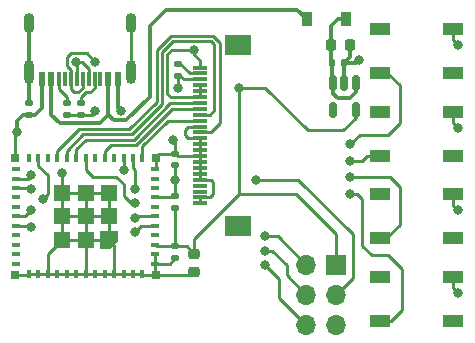
<source format=gtl>
G04 #@! TF.GenerationSoftware,KiCad,Pcbnew,(6.0.10-0)*
G04 #@! TF.CreationDate,2022-12-22T21:19:14-05:00*
G04 #@! TF.ProjectId,rev2,72657632-2e6b-4696-9361-645f70636258,rev?*
G04 #@! TF.SameCoordinates,Original*
G04 #@! TF.FileFunction,Copper,L1,Top*
G04 #@! TF.FilePolarity,Positive*
%FSLAX46Y46*%
G04 Gerber Fmt 4.6, Leading zero omitted, Abs format (unit mm)*
G04 Created by KiCad (PCBNEW (6.0.10-0)) date 2022-12-22 21:19:14*
%MOMM*%
%LPD*%
G01*
G04 APERTURE LIST*
G04 Aperture macros list*
%AMRoundRect*
0 Rectangle with rounded corners*
0 $1 Rounding radius*
0 $2 $3 $4 $5 $6 $7 $8 $9 X,Y pos of 4 corners*
0 Add a 4 corners polygon primitive as box body*
4,1,4,$2,$3,$4,$5,$6,$7,$8,$9,$2,$3,0*
0 Add four circle primitives for the rounded corners*
1,1,$1+$1,$2,$3*
1,1,$1+$1,$4,$5*
1,1,$1+$1,$6,$7*
1,1,$1+$1,$8,$9*
0 Add four rect primitives between the rounded corners*
20,1,$1+$1,$2,$3,$4,$5,0*
20,1,$1+$1,$4,$5,$6,$7,0*
20,1,$1+$1,$6,$7,$8,$9,0*
20,1,$1+$1,$8,$9,$2,$3,0*%
%AMFreePoly0*
4,1,6,0.725000,-0.725000,-0.725000,-0.725000,-0.725000,0.125000,-0.125000,0.725000,0.725000,0.725000,0.725000,-0.725000,0.725000,-0.725000,$1*%
G04 Aperture macros list end*
G04 #@! TA.AperFunction,SMDPad,CuDef*
%ADD10R,1.800000X1.100000*%
G04 #@! TD*
G04 #@! TA.AperFunction,SMDPad,CuDef*
%ADD11RoundRect,0.135000X0.185000X-0.135000X0.185000X0.135000X-0.185000X0.135000X-0.185000X-0.135000X0*%
G04 #@! TD*
G04 #@! TA.AperFunction,SMDPad,CuDef*
%ADD12R,0.800000X0.400000*%
G04 #@! TD*
G04 #@! TA.AperFunction,SMDPad,CuDef*
%ADD13R,0.400000X0.800000*%
G04 #@! TD*
G04 #@! TA.AperFunction,SMDPad,CuDef*
%ADD14R,0.700000X0.700000*%
G04 #@! TD*
G04 #@! TA.AperFunction,SMDPad,CuDef*
%ADD15R,1.450000X1.450000*%
G04 #@! TD*
G04 #@! TA.AperFunction,SMDPad,CuDef*
%ADD16FreePoly0,180.000000*%
G04 #@! TD*
G04 #@! TA.AperFunction,SMDPad,CuDef*
%ADD17RoundRect,0.135000X-0.185000X0.135000X-0.185000X-0.135000X0.185000X-0.135000X0.185000X0.135000X0*%
G04 #@! TD*
G04 #@! TA.AperFunction,SMDPad,CuDef*
%ADD18RoundRect,0.225000X-0.250000X0.225000X-0.250000X-0.225000X0.250000X-0.225000X0.250000X0.225000X0*%
G04 #@! TD*
G04 #@! TA.AperFunction,SMDPad,CuDef*
%ADD19RoundRect,0.140000X0.170000X-0.140000X0.170000X0.140000X-0.170000X0.140000X-0.170000X-0.140000X0*%
G04 #@! TD*
G04 #@! TA.AperFunction,SMDPad,CuDef*
%ADD20R,0.900000X1.200000*%
G04 #@! TD*
G04 #@! TA.AperFunction,SMDPad,CuDef*
%ADD21R,1.300000X0.300000*%
G04 #@! TD*
G04 #@! TA.AperFunction,SMDPad,CuDef*
%ADD22R,2.200000X1.800000*%
G04 #@! TD*
G04 #@! TA.AperFunction,SMDPad,CuDef*
%ADD23RoundRect,0.140000X-0.170000X0.140000X-0.170000X-0.140000X0.170000X-0.140000X0.170000X0.140000X0*%
G04 #@! TD*
G04 #@! TA.AperFunction,SMDPad,CuDef*
%ADD24RoundRect,0.140000X-0.140000X-0.170000X0.140000X-0.170000X0.140000X0.170000X-0.140000X0.170000X0*%
G04 #@! TD*
G04 #@! TA.AperFunction,SMDPad,CuDef*
%ADD25RoundRect,0.150000X-0.150000X0.512500X-0.150000X-0.512500X0.150000X-0.512500X0.150000X0.512500X0*%
G04 #@! TD*
G04 #@! TA.AperFunction,SMDPad,CuDef*
%ADD26RoundRect,0.225000X-0.225000X-0.250000X0.225000X-0.250000X0.225000X0.250000X-0.225000X0.250000X0*%
G04 #@! TD*
G04 #@! TA.AperFunction,SMDPad,CuDef*
%ADD27R,0.600000X1.160000*%
G04 #@! TD*
G04 #@! TA.AperFunction,SMDPad,CuDef*
%ADD28R,0.300000X1.160000*%
G04 #@! TD*
G04 #@! TA.AperFunction,ComponentPad*
%ADD29O,0.900000X1.700000*%
G04 #@! TD*
G04 #@! TA.AperFunction,ComponentPad*
%ADD30O,0.900000X2.000000*%
G04 #@! TD*
G04 #@! TA.AperFunction,ComponentPad*
%ADD31R,1.700000X1.700000*%
G04 #@! TD*
G04 #@! TA.AperFunction,ComponentPad*
%ADD32O,1.700000X1.700000*%
G04 #@! TD*
G04 #@! TA.AperFunction,ViaPad*
%ADD33C,0.800000*%
G04 #@! TD*
G04 #@! TA.AperFunction,Conductor*
%ADD34C,0.350000*%
G04 #@! TD*
G04 #@! TA.AperFunction,Conductor*
%ADD35C,0.250000*%
G04 #@! TD*
G04 APERTURE END LIST*
D10*
X223100000Y-53350000D03*
X216900000Y-53350000D03*
X223100000Y-49650000D03*
X216900000Y-49650000D03*
D11*
X199600000Y-57800000D03*
X199600000Y-56780000D03*
D12*
X197900000Y-62500000D03*
X197900000Y-61700000D03*
X197900000Y-60900000D03*
X197900000Y-60100000D03*
X197900000Y-59300000D03*
X197900000Y-58500000D03*
X197900000Y-57700000D03*
X197900000Y-56900000D03*
X197900000Y-56100000D03*
X197900000Y-55300000D03*
X197900000Y-54500000D03*
D13*
X196800000Y-53600000D03*
X196000000Y-53600000D03*
X195200000Y-53600000D03*
X194400000Y-53600000D03*
X193600000Y-53600000D03*
X192800000Y-53600000D03*
X192000000Y-53600000D03*
X191200000Y-53600000D03*
X190400000Y-53600000D03*
X189600000Y-53600000D03*
X188800000Y-53600000D03*
X188000000Y-53600000D03*
X187200000Y-53600000D03*
D12*
X186100000Y-54500000D03*
X186100000Y-55300000D03*
X186100000Y-56100000D03*
X186100000Y-56900000D03*
X186100000Y-57700000D03*
X186100000Y-58500000D03*
X186100000Y-59300000D03*
X186100000Y-60100000D03*
X186100000Y-60900000D03*
X186100000Y-61700000D03*
X186100000Y-62500000D03*
D14*
X186050000Y-53550000D03*
D13*
X188000000Y-63400000D03*
X196000000Y-63400000D03*
D14*
X186050000Y-63450000D03*
D13*
X196800000Y-63400000D03*
X194400000Y-63400000D03*
D15*
X190025000Y-56525000D03*
X190025000Y-58500000D03*
D13*
X192000000Y-63400000D03*
D15*
X192000000Y-58500000D03*
X193975000Y-58500000D03*
D13*
X189600000Y-63400000D03*
X193600000Y-63400000D03*
X190400000Y-63400000D03*
X192800000Y-63400000D03*
D15*
X192000000Y-60475000D03*
D16*
X193975000Y-60475000D03*
D13*
X191200000Y-63400000D03*
X195200000Y-63400000D03*
X187200000Y-63400000D03*
D14*
X197950000Y-53550000D03*
D15*
X190025000Y-60475000D03*
D13*
X188800000Y-63400000D03*
D15*
X192000000Y-56525000D03*
X193975000Y-56525000D03*
D14*
X197950000Y-63450000D03*
D17*
X190400000Y-48890000D03*
X190400000Y-49910000D03*
D10*
X223100000Y-67350000D03*
X216900000Y-67350000D03*
X223100000Y-63650000D03*
X216900000Y-63650000D03*
D18*
X201200000Y-61650000D03*
X201200000Y-63200000D03*
D19*
X199600000Y-54160000D03*
X199600000Y-53200000D03*
D20*
X214000000Y-41800000D03*
X210700000Y-41800000D03*
D21*
X201650000Y-57400000D03*
X201650000Y-56900000D03*
X201650000Y-56400000D03*
X201650000Y-55900000D03*
X201650000Y-55400000D03*
X201650000Y-54900000D03*
X201650000Y-54400000D03*
X201650000Y-53900000D03*
X201650000Y-53400000D03*
X201650000Y-52900000D03*
X201650000Y-52400000D03*
X201650000Y-51900000D03*
X201650000Y-51400000D03*
X201650000Y-50900000D03*
X201650000Y-50400000D03*
X201650000Y-49900000D03*
X201650000Y-49400000D03*
X201650000Y-48900000D03*
X201650000Y-48400000D03*
X201650000Y-47900000D03*
X201650000Y-47400000D03*
X201650000Y-46900000D03*
X201650000Y-46400000D03*
X201650000Y-45900000D03*
D22*
X204900000Y-44000000D03*
X204900000Y-59300000D03*
D17*
X199800000Y-45580000D03*
X199800000Y-46600000D03*
D23*
X199600000Y-61040000D03*
X199600000Y-62000000D03*
D24*
X212890000Y-45500000D03*
X213850000Y-45500000D03*
D17*
X187200000Y-48890000D03*
X187200000Y-49910000D03*
D10*
X223100000Y-46350000D03*
X216900000Y-46350000D03*
X223100000Y-42650000D03*
X216900000Y-42650000D03*
D25*
X214850000Y-47225000D03*
X213900000Y-47225000D03*
X212950000Y-47225000D03*
X212950000Y-49500000D03*
X214850000Y-49500000D03*
D17*
X191600000Y-48890000D03*
X191600000Y-49910000D03*
D10*
X223100000Y-60350000D03*
X216900000Y-60350000D03*
X223100000Y-56650000D03*
X216900000Y-56650000D03*
D26*
X212800000Y-44000000D03*
X214350000Y-44000000D03*
D27*
X194700000Y-46885000D03*
X193900000Y-46885000D03*
D28*
X192750000Y-46885000D03*
X191750000Y-46885000D03*
X191250000Y-46885000D03*
X190250000Y-46885000D03*
D27*
X189100000Y-46885000D03*
X188300000Y-46885000D03*
X188300000Y-46885000D03*
X189100000Y-46885000D03*
D28*
X189750000Y-46885000D03*
X190750000Y-46885000D03*
X192250000Y-46885000D03*
X193250000Y-46885000D03*
D27*
X193900000Y-46885000D03*
X194700000Y-46885000D03*
D29*
X187180000Y-42135000D03*
X195820000Y-42135000D03*
D30*
X187180000Y-46305000D03*
X195820000Y-46305000D03*
D31*
X213200000Y-62600000D03*
D32*
X210660000Y-62600000D03*
X213200000Y-65140000D03*
X210660000Y-65140000D03*
X213200000Y-67680000D03*
X210660000Y-67680000D03*
D33*
X215100000Y-45250000D03*
X223500000Y-65000000D03*
X190025000Y-54825000D03*
X199800000Y-47600000D03*
X223500000Y-51000000D03*
X199400000Y-52000000D03*
X195000000Y-49600000D03*
X223500000Y-58000000D03*
X186200000Y-51400000D03*
X223500000Y-44000000D03*
X192800000Y-49600000D03*
X195200000Y-54600000D03*
X205000000Y-47600000D03*
X201200000Y-44400000D03*
X206400000Y-55400000D03*
X199600000Y-55400000D03*
X214400000Y-56600000D03*
X196200000Y-59800000D03*
X214400000Y-55200000D03*
X196200000Y-58600000D03*
X214400000Y-53800000D03*
X196200000Y-57400000D03*
X196200000Y-56200000D03*
X214400000Y-52400000D03*
X188400000Y-57000000D03*
X207200000Y-60200000D03*
X207200000Y-61400000D03*
X187400000Y-58000000D03*
X207200000Y-62600000D03*
X187400000Y-59400000D03*
X187400000Y-56200000D03*
X192800000Y-45400000D03*
X187400000Y-55000000D03*
X191200000Y-45400000D03*
D34*
X212950000Y-47225000D02*
X212950000Y-48100000D01*
X212890000Y-47165000D02*
X212950000Y-47225000D01*
X212800000Y-44000000D02*
X212800000Y-45410000D01*
X214350000Y-48500000D02*
X214850000Y-48000000D01*
X214000000Y-41800000D02*
X213400000Y-41800000D01*
X212950000Y-48100000D02*
X213350000Y-48500000D01*
X214850000Y-48000000D02*
X214850000Y-47225000D01*
X212800000Y-45410000D02*
X212890000Y-45500000D01*
X213400000Y-41800000D02*
X212800000Y-42400000D01*
X212800000Y-42400000D02*
X212800000Y-44000000D01*
X212890000Y-45500000D02*
X212890000Y-47165000D01*
X213350000Y-48500000D02*
X214350000Y-48500000D01*
D35*
X190025000Y-56525000D02*
X192000000Y-56525000D01*
X187150000Y-63450000D02*
X187200000Y-63400000D01*
X200400000Y-51200000D02*
X200400000Y-51600000D01*
D34*
X213850000Y-45500000D02*
X214850000Y-45500000D01*
D35*
X190400000Y-63400000D02*
X189600000Y-63400000D01*
X190025000Y-60475000D02*
X192000000Y-60475000D01*
X193975000Y-56525000D02*
X193975000Y-58500000D01*
X198200000Y-53200000D02*
X199600000Y-53200000D01*
X190025000Y-56525000D02*
X190025000Y-58500000D01*
X223100000Y-63650000D02*
X223100000Y-64600000D01*
X193975000Y-58500000D02*
X192000000Y-58500000D01*
X195200000Y-53600000D02*
X195200000Y-54600000D01*
X199800000Y-46600000D02*
X199800000Y-47600000D01*
X191600000Y-49910000D02*
X192490000Y-49910000D01*
X188800000Y-61700000D02*
X190025000Y-60475000D01*
D34*
X186200000Y-50400000D02*
X186200000Y-51400000D01*
D35*
X190400000Y-49910000D02*
X191600000Y-49910000D01*
X202600000Y-55400000D02*
X201650000Y-55400000D01*
X223100000Y-43600000D02*
X223500000Y-44000000D01*
X197900000Y-61700000D02*
X197900000Y-62500000D01*
X223100000Y-49650000D02*
X223100000Y-50600000D01*
X200400000Y-51600000D02*
X200700000Y-51900000D01*
X188800000Y-63400000D02*
X188000000Y-63400000D01*
X201650000Y-53400000D02*
X199800000Y-53400000D01*
X223100000Y-50600000D02*
X223500000Y-51000000D01*
X223100000Y-56650000D02*
X223100000Y-57600000D01*
X192800000Y-63400000D02*
X192000000Y-63400000D01*
X189600000Y-63400000D02*
X188800000Y-63400000D01*
X197950000Y-53550000D02*
X197950000Y-54450000D01*
D34*
X194700000Y-49300000D02*
X195000000Y-49600000D01*
D35*
X199100000Y-62500000D02*
X199600000Y-62000000D01*
D34*
X188300000Y-49300000D02*
X187690000Y-49910000D01*
D35*
X201650000Y-52900000D02*
X201650000Y-52400000D01*
X196850000Y-63450000D02*
X196800000Y-63400000D01*
D34*
X187200000Y-49910000D02*
X186690000Y-49910000D01*
D35*
X190400000Y-63400000D02*
X191200000Y-63400000D01*
D34*
X188300000Y-46885000D02*
X188300000Y-49300000D01*
D35*
X199800000Y-46600000D02*
X200000000Y-46600000D01*
X213900000Y-45550000D02*
X213850000Y-45500000D01*
X202500000Y-56900000D02*
X202800000Y-56600000D01*
X191200000Y-63400000D02*
X192000000Y-63400000D01*
X195200000Y-63400000D02*
X194400000Y-63400000D01*
X223100000Y-57600000D02*
X223500000Y-58000000D01*
X190025000Y-56525000D02*
X190025000Y-54825000D01*
X197950000Y-53450000D02*
X198200000Y-53200000D01*
D34*
X186690000Y-49910000D02*
X186200000Y-50400000D01*
D35*
X186050000Y-51550000D02*
X186200000Y-51400000D01*
X199600000Y-53200000D02*
X199600000Y-52200000D01*
D34*
X214850000Y-45500000D02*
X215100000Y-45250000D01*
D35*
X202800000Y-55600000D02*
X202600000Y-55400000D01*
X197900000Y-62500000D02*
X199100000Y-62500000D01*
X197900000Y-62500000D02*
X197900000Y-63400000D01*
X196000000Y-63400000D02*
X196800000Y-63400000D01*
X223100000Y-42650000D02*
X223100000Y-43600000D01*
X193975000Y-60475000D02*
X194400000Y-60900000D01*
X194400000Y-63400000D02*
X193600000Y-63400000D01*
X192000000Y-60475000D02*
X192000000Y-63400000D01*
X192000000Y-56525000D02*
X192000000Y-58500000D01*
X199800000Y-53400000D02*
X199600000Y-53200000D01*
X201650000Y-53900000D02*
X201650000Y-54400000D01*
X201650000Y-53900000D02*
X201650000Y-53400000D01*
X192000000Y-58500000D02*
X192000000Y-60475000D01*
X186050000Y-53550000D02*
X186050000Y-51550000D01*
X199600000Y-52200000D02*
X199400000Y-52000000D01*
X188800000Y-63400000D02*
X188800000Y-61700000D01*
X200950000Y-63450000D02*
X201200000Y-63200000D01*
X201650000Y-52900000D02*
X201650000Y-53400000D01*
X190025000Y-58500000D02*
X192000000Y-58500000D01*
X196000000Y-63400000D02*
X195200000Y-63400000D01*
X192490000Y-49910000D02*
X192800000Y-49600000D01*
D34*
X194700000Y-46885000D02*
X194700000Y-49300000D01*
D35*
X200000000Y-46600000D02*
X200300000Y-46900000D01*
X202800000Y-56600000D02*
X202800000Y-55600000D01*
D34*
X213900000Y-47225000D02*
X213900000Y-45550000D01*
D35*
X194400000Y-60900000D02*
X194400000Y-63400000D01*
X201650000Y-50900000D02*
X200700000Y-50900000D01*
X197950000Y-54450000D02*
X197900000Y-54500000D01*
X200300000Y-46900000D02*
X201650000Y-46900000D01*
X193975000Y-60475000D02*
X192000000Y-60475000D01*
X186050000Y-63450000D02*
X187150000Y-63450000D01*
D34*
X214350000Y-45000000D02*
X213850000Y-45500000D01*
D35*
X197900000Y-63400000D02*
X197950000Y-63450000D01*
X201650000Y-55400000D02*
X201650000Y-54900000D01*
X201650000Y-51900000D02*
X201650000Y-52400000D01*
X192000000Y-56525000D02*
X193975000Y-56525000D01*
X193600000Y-63400000D02*
X192800000Y-63400000D01*
X197950000Y-63450000D02*
X196850000Y-63450000D01*
X201650000Y-56900000D02*
X202500000Y-56900000D01*
X201650000Y-56900000D02*
X201650000Y-57400000D01*
X193975000Y-60475000D02*
X193975000Y-58500000D01*
X188000000Y-63400000D02*
X187200000Y-63400000D01*
X200700000Y-50900000D02*
X200400000Y-51200000D01*
D34*
X214350000Y-44000000D02*
X214350000Y-45000000D01*
D35*
X223100000Y-64600000D02*
X223500000Y-65000000D01*
X197950000Y-63450000D02*
X200950000Y-63450000D01*
X197950000Y-53550000D02*
X197950000Y-53450000D01*
X200700000Y-51900000D02*
X201650000Y-51900000D01*
D34*
X187690000Y-49910000D02*
X187200000Y-49910000D01*
D35*
X201650000Y-54400000D02*
X201650000Y-54900000D01*
X190025000Y-58500000D02*
X190025000Y-60475000D01*
X201200000Y-61650000D02*
X201200000Y-60400000D01*
X213800000Y-51200000D02*
X210800000Y-51200000D01*
X199272792Y-44400000D02*
X201200000Y-44400000D01*
X198000000Y-61000000D02*
X199560000Y-61000000D01*
X198900000Y-44772792D02*
X199272792Y-44400000D01*
X201200000Y-60400000D02*
X205000000Y-56600000D01*
X200590000Y-61040000D02*
X201200000Y-61650000D01*
X214850000Y-49500000D02*
X214850000Y-50150000D01*
X205000000Y-56600000D02*
X205000000Y-47600000D01*
X199560000Y-61000000D02*
X199600000Y-61040000D01*
X210800000Y-51200000D02*
X207200000Y-47600000D01*
X201650000Y-45250000D02*
X201650000Y-45900000D01*
X199600000Y-61040000D02*
X200590000Y-61040000D01*
X197900000Y-60900000D02*
X198000000Y-61000000D01*
X214850000Y-50150000D02*
X213800000Y-51200000D01*
X209800000Y-56600000D02*
X213200000Y-60000000D01*
X199200000Y-48400000D02*
X198900000Y-48100000D01*
X201200000Y-44400000D02*
X201200000Y-44800000D01*
X201650000Y-48400000D02*
X199200000Y-48400000D01*
X213200000Y-60000000D02*
X213200000Y-62600000D01*
X198900000Y-48100000D02*
X198900000Y-44772792D01*
X205000000Y-56600000D02*
X209800000Y-56600000D01*
X199600000Y-57800000D02*
X199600000Y-61040000D01*
X201650000Y-47900000D02*
X201650000Y-48400000D01*
X201650000Y-47400000D02*
X201650000Y-47900000D01*
X201200000Y-44800000D02*
X201650000Y-45250000D01*
X207200000Y-47600000D02*
X205000000Y-47600000D01*
D34*
X198800000Y-41000000D02*
X209900000Y-41000000D01*
X193900000Y-49900000D02*
X193200000Y-50600000D01*
X195425000Y-50375000D02*
X197400000Y-48400000D01*
X194375000Y-50375000D02*
X195425000Y-50375000D01*
X193900000Y-46885000D02*
X193900000Y-49900000D01*
X193200000Y-50600000D02*
X189800000Y-50600000D01*
X193900000Y-49900000D02*
X194375000Y-50375000D01*
X197400000Y-48400000D02*
X197400000Y-42400000D01*
X197400000Y-42400000D02*
X198800000Y-41000000D01*
X189800000Y-50600000D02*
X189100000Y-49900000D01*
X189100000Y-49900000D02*
X189100000Y-46885000D01*
X209900000Y-41000000D02*
X210700000Y-41800000D01*
D35*
X192750000Y-46885000D02*
X192750000Y-47650000D01*
X192000000Y-48000000D02*
X191600000Y-48400000D01*
X191600000Y-48400000D02*
X191600000Y-48890000D01*
X192750000Y-47650000D02*
X192400000Y-48000000D01*
X192400000Y-48000000D02*
X192000000Y-48000000D01*
X189750000Y-47750000D02*
X190400000Y-48400000D01*
X190400000Y-48400000D02*
X190400000Y-48890000D01*
X189750000Y-46885000D02*
X189750000Y-47750000D01*
X199172792Y-48900000D02*
X201650000Y-48900000D01*
X191200000Y-53600000D02*
X191200000Y-52800000D01*
X192000000Y-52000000D02*
X196072792Y-52000000D01*
X196072792Y-52000000D02*
X199172792Y-48900000D01*
X191200000Y-52800000D02*
X192000000Y-52000000D01*
X194100000Y-52450000D02*
X196259188Y-52450000D01*
X193600000Y-52950000D02*
X194100000Y-52450000D01*
X199309188Y-49400000D02*
X201650000Y-49400000D01*
X196259188Y-52450000D02*
X199309188Y-49400000D01*
X193600000Y-53600000D02*
X193600000Y-52950000D01*
X195886396Y-51550000D02*
X198450000Y-48986396D01*
X202613604Y-43650000D02*
X202881802Y-43918198D01*
X198450000Y-48986396D02*
X198450000Y-44586396D01*
X191800000Y-51550000D02*
X195886396Y-51550000D01*
X190400000Y-52950000D02*
X191800000Y-51550000D01*
X202500000Y-49900000D02*
X201650000Y-49900000D01*
X199386396Y-43650000D02*
X202613604Y-43650000D01*
X202881802Y-43918198D02*
X202881802Y-49518198D01*
X202881802Y-49518198D02*
X202500000Y-49900000D01*
X198450000Y-44586396D02*
X199386396Y-43650000D01*
X190400000Y-53600000D02*
X190400000Y-52950000D01*
X196800000Y-53600000D02*
X196800000Y-52545584D01*
X196800000Y-52545584D02*
X198945584Y-50400000D01*
X198945584Y-50400000D02*
X201650000Y-50400000D01*
X203400000Y-43800000D02*
X203400000Y-50600000D01*
X189600000Y-53600000D02*
X189600000Y-52950000D01*
X189600000Y-52950000D02*
X191450000Y-51100000D01*
X195700000Y-51100000D02*
X198000000Y-48800000D01*
X198000000Y-44400000D02*
X199200000Y-43200000D01*
X202600000Y-51400000D02*
X201650000Y-51400000D01*
X198000000Y-48800000D02*
X198000000Y-44400000D01*
X199200000Y-43200000D02*
X202800000Y-43200000D01*
X191450000Y-51100000D02*
X195700000Y-51100000D01*
X202800000Y-43200000D02*
X203400000Y-43800000D01*
X203400000Y-50600000D02*
X202600000Y-51400000D01*
X214600000Y-63740000D02*
X213200000Y-65140000D01*
X199600000Y-54160000D02*
X199600000Y-55400000D01*
X214600000Y-60000000D02*
X214600000Y-63740000D01*
X210000000Y-55400000D02*
X214600000Y-60000000D01*
X197900000Y-56900000D02*
X199480000Y-56900000D01*
X206400000Y-55400000D02*
X210000000Y-55400000D01*
X199480000Y-56900000D02*
X199600000Y-56780000D01*
X199600000Y-56780000D02*
X199600000Y-55400000D01*
X215400000Y-61000000D02*
X215400000Y-57000000D01*
X217850000Y-67350000D02*
X218800000Y-66400000D01*
X216200000Y-61800000D02*
X215400000Y-61000000D01*
X216900000Y-67350000D02*
X217850000Y-67350000D01*
X218800000Y-63000000D02*
X217600000Y-61800000D01*
X215000000Y-56600000D02*
X214400000Y-56600000D01*
X218800000Y-66400000D02*
X218800000Y-63000000D01*
X217600000Y-61800000D02*
X216200000Y-61800000D01*
X215400000Y-57000000D02*
X215000000Y-56600000D01*
X197900000Y-59300000D02*
X196700000Y-59300000D01*
X196700000Y-59300000D02*
X196200000Y-59800000D01*
X196300000Y-58500000D02*
X196200000Y-58600000D01*
X216900000Y-60350000D02*
X217450000Y-60350000D01*
X217450000Y-60350000D02*
X218600000Y-59200000D01*
X218600000Y-59200000D02*
X218600000Y-56000000D01*
X217800000Y-55200000D02*
X214400000Y-55200000D01*
X218600000Y-56000000D02*
X217800000Y-55200000D01*
X197900000Y-58500000D02*
X196300000Y-58500000D01*
X216900000Y-53350000D02*
X215850000Y-53350000D01*
X195200000Y-56800000D02*
X195800000Y-57400000D01*
X195200000Y-55800000D02*
X195200000Y-56800000D01*
X195800000Y-57400000D02*
X196200000Y-57400000D01*
X192000000Y-53600000D02*
X192000000Y-54600000D01*
X192000000Y-54600000D02*
X192600000Y-55200000D01*
X192600000Y-55200000D02*
X194600000Y-55200000D01*
X215850000Y-53350000D02*
X215400000Y-53800000D01*
X215400000Y-53800000D02*
X214400000Y-53800000D01*
X194600000Y-55200000D02*
X195200000Y-55800000D01*
X196000000Y-53600000D02*
X196000000Y-54400000D01*
X218600000Y-50600000D02*
X217600000Y-51600000D01*
X196200000Y-54600000D02*
X196200000Y-56200000D01*
X215200000Y-51600000D02*
X214400000Y-52400000D01*
X216900000Y-46350000D02*
X217550000Y-46350000D01*
X218600000Y-47400000D02*
X218600000Y-50600000D01*
X217600000Y-51600000D02*
X215200000Y-51600000D01*
X196000000Y-54400000D02*
X196200000Y-54600000D01*
X217550000Y-46350000D02*
X218600000Y-47400000D01*
X188800000Y-56600000D02*
X188400000Y-57000000D01*
X188000000Y-54200000D02*
X188800000Y-55000000D01*
X207200000Y-60200000D02*
X208260000Y-60200000D01*
X188000000Y-53600000D02*
X188000000Y-54200000D01*
X208260000Y-60200000D02*
X210660000Y-62600000D01*
X188800000Y-55000000D02*
X188800000Y-56600000D01*
X210660000Y-65140000D02*
X209000000Y-63480000D01*
X186900000Y-58500000D02*
X187400000Y-58000000D01*
X207800000Y-61400000D02*
X207200000Y-61400000D01*
X186100000Y-58500000D02*
X186900000Y-58500000D01*
X209000000Y-63480000D02*
X209000000Y-62600000D01*
X209000000Y-62600000D02*
X207800000Y-61400000D01*
X208400000Y-63800000D02*
X207200000Y-62600000D01*
X210660000Y-67680000D02*
X208400000Y-65420000D01*
X187300000Y-59300000D02*
X187400000Y-59400000D01*
X208400000Y-65420000D02*
X208400000Y-63800000D01*
X186100000Y-59300000D02*
X187300000Y-59300000D01*
X195820000Y-42135000D02*
X195820000Y-46305000D01*
D34*
X187180000Y-46305000D02*
X187180000Y-42135000D01*
X187180000Y-48870000D02*
X187180000Y-46305000D01*
D35*
X187200000Y-48890000D02*
X187180000Y-48870000D01*
X199800000Y-45580000D02*
X199980000Y-45580000D01*
X199980000Y-45580000D02*
X200800000Y-46400000D01*
X200800000Y-46400000D02*
X201650000Y-46400000D01*
X191000000Y-48000000D02*
X190750000Y-47750000D01*
X190400000Y-45800000D02*
X190750000Y-46150000D01*
X190725000Y-44675000D02*
X190400000Y-45000000D01*
X186100000Y-56100000D02*
X187300000Y-56100000D01*
X191363604Y-48000000D02*
X191000000Y-48000000D01*
X191750000Y-46885000D02*
X191750000Y-47613604D01*
X190400000Y-45000000D02*
X190400000Y-45800000D01*
X190750000Y-47750000D02*
X190750000Y-46885000D01*
X190750000Y-46150000D02*
X190750000Y-46885000D01*
X192800000Y-45400000D02*
X192075000Y-44675000D01*
X191750000Y-47613604D02*
X191363604Y-48000000D01*
X192075000Y-44675000D02*
X190725000Y-44675000D01*
X187300000Y-56100000D02*
X187400000Y-56200000D01*
X191250000Y-46885000D02*
X191250000Y-45450000D01*
X186100000Y-55300000D02*
X187100000Y-55300000D01*
X192250000Y-46885000D02*
X192250000Y-46005000D01*
X191645000Y-45400000D02*
X191200000Y-45400000D01*
X192250000Y-46005000D02*
X191645000Y-45400000D01*
X191250000Y-45450000D02*
X191200000Y-45400000D01*
X187100000Y-55300000D02*
X187400000Y-55000000D01*
M02*

</source>
